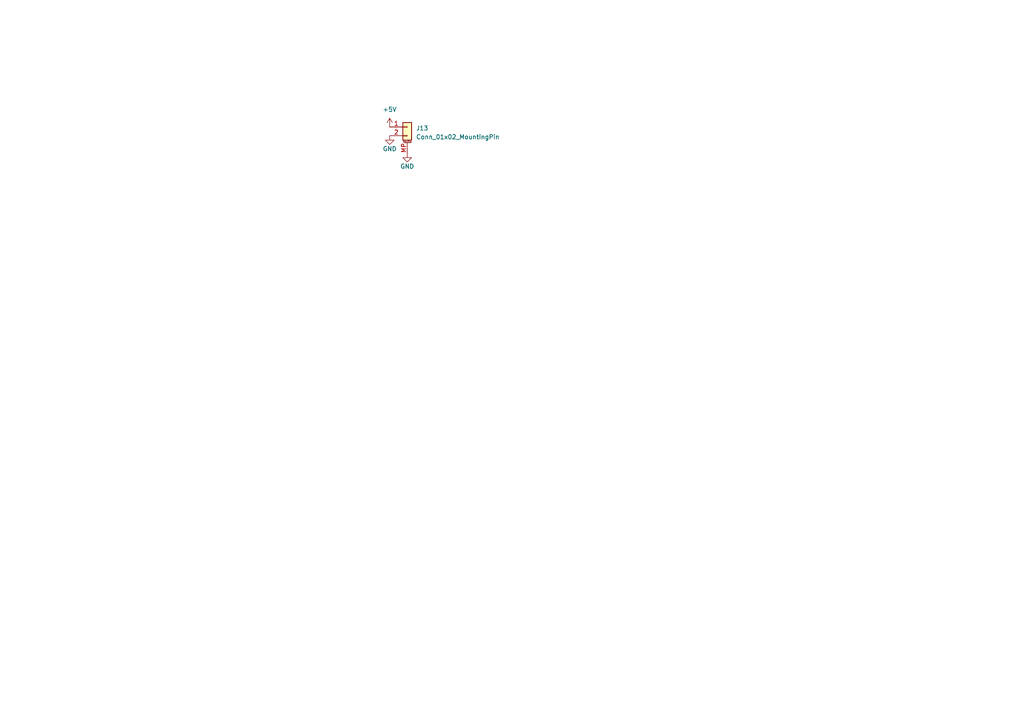
<source format=kicad_sch>
(kicad_sch (version 20230121) (generator eeschema)
  (paper "A4")
  (lib_symbols
    (symbol "Connector_Generic_MountingPin:Conn_01x02_MountingPin" (pin_names (offset 1.016) hide)
      (property "Reference" "J" (at 0 2.54 0))
      (property "Value" "Conn_01x02_MountingPin" (at 1.27 -5.08 0))
      (symbol "Conn_01x02_MountingPin_1_1"
        (rectangle (start -1.27 -2.413) (end 0 -2.667) (stroke (width 0.1524)))
        (rectangle (start -1.27 0.127) (end 0 -0.127) (stroke (width 0.1524)))
        (rectangle (start -1.27 1.27) (end 1.27 -3.81) (stroke (width 0.254)) (fill (type background)))
        (polyline (pts (xy -1.016 -4.572) (xy 1.016 -4.572)) (stroke (width 0.1524)))
        (text "Mounting" (at 0 -4.191 0) (effects (font (size 0.381 0.381))))
        (pin passive line (at -5.08 0 0) (length 3.81) (name "Pin_1") (number "1"))
        (pin passive line (at -5.08 -2.54 0) (length 3.81) (name "Pin_2") (number "2"))
        (pin passive line (at 0 -7.62 90) (length 3.048) (name "MountPin") (number "MP"))
      )
    )
    (symbol "power:+5V" (power) (pin_names (offset 0))
      (property "Value" "+5V" (at 0 3.556 0))
      (symbol "+5V_0_1"
        (polyline (pts (xy -0.762 1.27) (xy 0 2.54)))
        (polyline (pts (xy 0 0) (xy 0 2.54)))
        (polyline (pts (xy 0 2.54) (xy 0.762 1.27)))
      )
      (symbol "+5V_1_1"
        (pin power_in line (at 0 0 90) (length 0) hide (name "+5V") (number "1"))
      )
    )
    (symbol "power:GND" (power) (pin_names (offset 0))
      (property "Value" "GND" (at 0 -3.81 0))
      (symbol "GND_0_1"
        (polyline (pts (xy 0 0) (xy 0 -1.27) (xy 1.27 -1.27) (xy 0 -2.54) (xy -1.27 -1.27) (xy 0 -1.27)))
      )
      (symbol "GND_1_1"
        (pin power_in line (at 0 0 270) (length 0) hide (name "GND") (number "1"))
      )
    )
  )
  (symbol (lib_id "power:GND") (at 118.11 44.45 0) (unit 1)
    (property "Reference" "#PWR060" (effects hide))
    (property "Value" "GND" (at 118.11 48.26 0))
  )
  (symbol (lib_id "power:+5V") (at 113.03 36.83 0) (unit 1)
    (property "Reference" "#PWR056" (effects hide))
    (property "Value" "+5V" (at 113.03 31.75 0))
  )
  (symbol (lib_id "Connector_Generic_MountingPin:Conn_01x02_MountingPin") (at 118.11 36.83 0) (unit 1)
    (property "Reference" "J13" (at 120.65 37.1855 0) (effects (justify left)))
    (property "Value" "Conn_01x02_MountingPin" (at 120.65 39.7255 0) (effects (justify left)))
    (property "Footprint" "Connector_JST:JST_ACH_BM01B-ACHSS-A-GAN-ETF_1x01-1MP_P1.20mm_Vertical" (effects hide))
  )
  (symbol (lib_id "power:GND") (at 113.03 39.37 0) (unit 1)
    (property "Reference" "#PWR057" (effects hide))
    (property "Value" "GND" (at 113.03 43.18 0))
  )
)
</source>
